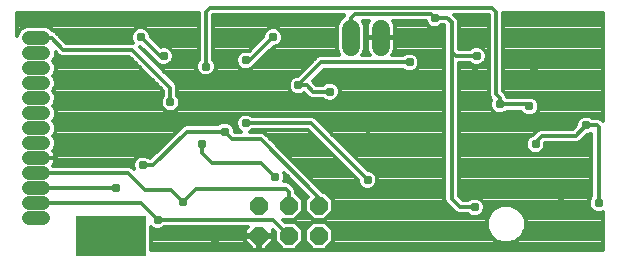
<source format=gbl>
G75*
%MOIN*%
%OFA0B0*%
%FSLAX25Y25*%
%IPPOS*%
%LPD*%
%AMOC8*
5,1,8,0,0,1.08239X$1,22.5*
%
%ADD10R,0.23622X0.13780*%
%ADD11OC8,0.06000*%
%ADD12C,0.04756*%
%ADD13C,0.06000*%
%ADD14C,0.01400*%
%ADD15C,0.02800*%
%ADD16C,0.03100*%
%ADD17C,0.02900*%
D10*
X0050866Y0015027D03*
D11*
X0100406Y0015167D03*
X0110406Y0015167D03*
X0120406Y0015167D03*
X0120406Y0025167D03*
X0110406Y0025167D03*
X0100406Y0025167D03*
D12*
X0028471Y0020957D02*
X0023715Y0020957D01*
X0023715Y0025957D02*
X0028471Y0025957D01*
X0028471Y0030957D02*
X0023715Y0030957D01*
X0023715Y0035957D02*
X0028471Y0035957D01*
X0028471Y0040957D02*
X0023715Y0040957D01*
X0023715Y0045957D02*
X0028471Y0045957D01*
X0028471Y0050957D02*
X0023715Y0050957D01*
X0023715Y0055957D02*
X0028471Y0055957D01*
X0028471Y0060957D02*
X0023715Y0060957D01*
X0023715Y0065957D02*
X0028471Y0065957D01*
X0028471Y0070957D02*
X0023715Y0070957D01*
X0023715Y0075957D02*
X0028471Y0075957D01*
X0028471Y0080957D02*
X0023715Y0080957D01*
D13*
X0130979Y0078177D02*
X0130979Y0084177D01*
X0140979Y0084177D02*
X0140979Y0078177D01*
D14*
X0140679Y0080877D02*
X0136279Y0080877D01*
X0136279Y0077807D01*
X0136395Y0077076D01*
X0136624Y0076373D01*
X0136959Y0075714D01*
X0137244Y0075322D01*
X0134771Y0075322D01*
X0134964Y0075515D01*
X0135679Y0077242D01*
X0135679Y0085112D01*
X0135054Y0086622D01*
X0136950Y0086622D01*
X0136624Y0085981D01*
X0136395Y0085277D01*
X0136279Y0084547D01*
X0136279Y0081477D01*
X0140679Y0081477D01*
X0140679Y0080877D01*
X0140679Y0081036D02*
X0135679Y0081036D01*
X0135679Y0079637D02*
X0136279Y0079637D01*
X0136279Y0078239D02*
X0135679Y0078239D01*
X0135513Y0076840D02*
X0136472Y0076840D01*
X0137157Y0075442D02*
X0134891Y0075442D01*
X0127188Y0075322D02*
X0120703Y0075322D01*
X0119821Y0074956D01*
X0119145Y0074281D01*
X0113336Y0068472D01*
X0112834Y0068472D01*
X0111639Y0067977D01*
X0110725Y0067063D01*
X0110230Y0065868D01*
X0110230Y0064575D01*
X0110725Y0063381D01*
X0111639Y0062467D01*
X0112834Y0061972D01*
X0114126Y0061972D01*
X0115321Y0062467D01*
X0115481Y0062627D01*
X0116345Y0061762D01*
X0117021Y0061087D01*
X0117903Y0060722D01*
X0121784Y0060722D01*
X0122139Y0060367D01*
X0123334Y0059872D01*
X0124626Y0059872D01*
X0125821Y0060367D01*
X0126735Y0061281D01*
X0127230Y0062475D01*
X0127230Y0063768D01*
X0126735Y0064963D01*
X0125821Y0065877D01*
X0124626Y0066372D01*
X0123334Y0066372D01*
X0122139Y0065877D01*
X0121784Y0065522D01*
X0119374Y0065522D01*
X0118274Y0066622D01*
X0122174Y0070522D01*
X0148384Y0070522D01*
X0148739Y0070167D01*
X0149934Y0069672D01*
X0151226Y0069672D01*
X0152421Y0070167D01*
X0153335Y0071081D01*
X0153830Y0072275D01*
X0153830Y0073568D01*
X0153335Y0074763D01*
X0152421Y0075677D01*
X0151226Y0076172D01*
X0149934Y0076172D01*
X0148739Y0075677D01*
X0148384Y0075322D01*
X0144714Y0075322D01*
X0144999Y0075714D01*
X0145335Y0076373D01*
X0145563Y0077076D01*
X0145679Y0077807D01*
X0145679Y0080877D01*
X0141279Y0080877D01*
X0141279Y0081477D01*
X0145679Y0081477D01*
X0145679Y0084547D01*
X0145563Y0085277D01*
X0145335Y0085981D01*
X0145008Y0086622D01*
X0155876Y0086622D01*
X0156225Y0085781D01*
X0157139Y0084867D01*
X0158334Y0084372D01*
X0159626Y0084372D01*
X0160821Y0084867D01*
X0161176Y0085222D01*
X0162180Y0085222D01*
X0162180Y0026944D01*
X0162545Y0026062D01*
X0165345Y0023262D01*
X0166021Y0022587D01*
X0166903Y0022222D01*
X0170084Y0022222D01*
X0170439Y0021867D01*
X0171634Y0021372D01*
X0172926Y0021372D01*
X0174121Y0021867D01*
X0175035Y0022781D01*
X0175530Y0023975D01*
X0175530Y0025268D01*
X0175035Y0026463D01*
X0174121Y0027377D01*
X0172926Y0027872D01*
X0171634Y0027872D01*
X0170439Y0027377D01*
X0170084Y0027022D01*
X0168374Y0027022D01*
X0166980Y0028416D01*
X0166980Y0072622D01*
X0170784Y0072622D01*
X0171139Y0072267D01*
X0172334Y0071772D01*
X0173626Y0071772D01*
X0174821Y0072267D01*
X0175735Y0073181D01*
X0176230Y0074375D01*
X0176230Y0075668D01*
X0175735Y0076863D01*
X0174821Y0077777D01*
X0173626Y0078272D01*
X0172334Y0078272D01*
X0171139Y0077777D01*
X0170784Y0077422D01*
X0166980Y0077422D01*
X0166980Y0086699D01*
X0166615Y0087581D01*
X0165940Y0088256D01*
X0165474Y0088722D01*
X0176880Y0088722D01*
X0176880Y0061944D01*
X0177245Y0061062D01*
X0177814Y0060494D01*
X0177430Y0059568D01*
X0177430Y0058275D01*
X0177925Y0057081D01*
X0178839Y0056167D01*
X0180034Y0055672D01*
X0181326Y0055672D01*
X0182521Y0056167D01*
X0182876Y0056522D01*
X0187666Y0056522D01*
X0187725Y0056381D01*
X0188639Y0055467D01*
X0189834Y0054972D01*
X0191126Y0054972D01*
X0192321Y0055467D01*
X0193235Y0056381D01*
X0193730Y0057575D01*
X0193730Y0058868D01*
X0193235Y0060063D01*
X0192321Y0060977D01*
X0191126Y0061472D01*
X0189834Y0061472D01*
X0189471Y0061322D01*
X0183080Y0061322D01*
X0183080Y0061499D01*
X0182715Y0062381D01*
X0181680Y0063416D01*
X0181680Y0089399D01*
X0214967Y0089399D01*
X0214967Y0053228D01*
X0214940Y0053256D01*
X0214240Y0053956D01*
X0213357Y0054322D01*
X0211576Y0054322D01*
X0211221Y0054677D01*
X0210026Y0055172D01*
X0208734Y0055172D01*
X0207539Y0054677D01*
X0206625Y0053763D01*
X0206130Y0052568D01*
X0206130Y0052066D01*
X0204886Y0050822D01*
X0194203Y0050822D01*
X0193321Y0050456D01*
X0191596Y0048732D01*
X0190739Y0048377D01*
X0189825Y0047463D01*
X0189330Y0046268D01*
X0189330Y0044975D01*
X0189825Y0043781D01*
X0190739Y0042867D01*
X0191934Y0042372D01*
X0193226Y0042372D01*
X0194421Y0042867D01*
X0195335Y0043781D01*
X0195830Y0044975D01*
X0195830Y0046022D01*
X0206357Y0046022D01*
X0207240Y0046387D01*
X0207915Y0047062D01*
X0209524Y0048672D01*
X0210026Y0048672D01*
X0211180Y0049150D01*
X0211180Y0028218D01*
X0210825Y0027863D01*
X0210330Y0026668D01*
X0210330Y0025375D01*
X0210825Y0024181D01*
X0211739Y0023267D01*
X0212934Y0022772D01*
X0214226Y0022772D01*
X0214967Y0023079D01*
X0214967Y0010216D01*
X0064377Y0010216D01*
X0064377Y0018029D01*
X0064739Y0017667D01*
X0065934Y0017172D01*
X0067226Y0017172D01*
X0068421Y0017667D01*
X0068776Y0018022D01*
X0096614Y0018022D01*
X0095706Y0017113D01*
X0095706Y0015467D01*
X0100106Y0015467D01*
X0100106Y0014867D01*
X0095706Y0014867D01*
X0095706Y0013220D01*
X0098459Y0010467D01*
X0100106Y0010467D01*
X0100106Y0014867D01*
X0100706Y0014867D01*
X0100706Y0015467D01*
X0105106Y0015467D01*
X0105106Y0017073D01*
X0105706Y0016473D01*
X0105706Y0013220D01*
X0108459Y0010467D01*
X0112353Y0010467D01*
X0115106Y0013220D01*
X0115106Y0017113D01*
X0112353Y0019867D01*
X0109100Y0019867D01*
X0108500Y0020467D01*
X0112353Y0020467D01*
X0115106Y0023220D01*
X0115106Y0027113D01*
X0112806Y0029413D01*
X0112806Y0030173D01*
X0112441Y0031055D01*
X0111315Y0032181D01*
X0110640Y0032856D01*
X0109757Y0033222D01*
X0108535Y0033222D01*
X0108930Y0034175D01*
X0108930Y0035468D01*
X0108640Y0036167D01*
X0116700Y0028108D01*
X0115706Y0027113D01*
X0115706Y0023220D01*
X0118459Y0020467D01*
X0122353Y0020467D01*
X0125106Y0023220D01*
X0125106Y0027113D01*
X0122353Y0029867D01*
X0121729Y0029867D01*
X0102915Y0048681D01*
X0102240Y0049356D01*
X0101357Y0049722D01*
X0097471Y0049722D01*
X0097821Y0049867D01*
X0098176Y0050222D01*
X0116686Y0050222D01*
X0133330Y0033578D01*
X0133330Y0033075D01*
X0133825Y0031881D01*
X0134739Y0030967D01*
X0135934Y0030472D01*
X0137226Y0030472D01*
X0138421Y0030967D01*
X0139335Y0031881D01*
X0139830Y0033075D01*
X0139830Y0034368D01*
X0139335Y0035563D01*
X0138421Y0036477D01*
X0137226Y0036972D01*
X0136724Y0036972D01*
X0119040Y0054656D01*
X0118157Y0055022D01*
X0098176Y0055022D01*
X0097821Y0055377D01*
X0096626Y0055872D01*
X0095334Y0055872D01*
X0094139Y0055377D01*
X0093225Y0054463D01*
X0092730Y0053268D01*
X0092730Y0051975D01*
X0093225Y0050781D01*
X0094139Y0049867D01*
X0094489Y0049722D01*
X0092474Y0049722D01*
X0092230Y0049966D01*
X0092230Y0050468D01*
X0091735Y0051663D01*
X0090821Y0052577D01*
X0089626Y0053072D01*
X0088334Y0053072D01*
X0087139Y0052577D01*
X0086784Y0052222D01*
X0075903Y0052222D01*
X0075021Y0051856D01*
X0074345Y0051181D01*
X0064186Y0041022D01*
X0063876Y0041022D01*
X0063521Y0041377D01*
X0062326Y0041872D01*
X0061034Y0041872D01*
X0059839Y0041377D01*
X0058925Y0040463D01*
X0058430Y0039268D01*
X0058430Y0037975D01*
X0058720Y0037276D01*
X0058004Y0037992D01*
X0057122Y0038357D01*
X0031838Y0038357D01*
X0031713Y0038482D01*
X0031958Y0038820D01*
X0032250Y0039392D01*
X0032448Y0040002D01*
X0032549Y0040636D01*
X0032549Y0040957D01*
X0026093Y0040957D01*
X0026093Y0040957D01*
X0032549Y0040957D01*
X0032549Y0041278D01*
X0032448Y0041912D01*
X0032250Y0042523D01*
X0031958Y0043095D01*
X0031713Y0043432D01*
X0031928Y0043647D01*
X0032549Y0045146D01*
X0032549Y0046768D01*
X0031928Y0048267D01*
X0031738Y0048457D01*
X0031928Y0048647D01*
X0032549Y0050146D01*
X0032549Y0051768D01*
X0031928Y0053267D01*
X0031738Y0053457D01*
X0031928Y0053647D01*
X0032549Y0055146D01*
X0032549Y0056768D01*
X0031928Y0058267D01*
X0031738Y0058457D01*
X0031928Y0058647D01*
X0032549Y0060146D01*
X0032549Y0061768D01*
X0031928Y0063267D01*
X0031738Y0063457D01*
X0031928Y0063647D01*
X0032549Y0065146D01*
X0032549Y0066768D01*
X0031928Y0068267D01*
X0031738Y0068457D01*
X0031928Y0068647D01*
X0032549Y0070146D01*
X0032549Y0071768D01*
X0031928Y0073267D01*
X0031738Y0073457D01*
X0031928Y0073647D01*
X0032549Y0075146D01*
X0032549Y0076259D01*
X0033045Y0075762D01*
X0033721Y0075087D01*
X0034603Y0074722D01*
X0057186Y0074722D01*
X0068380Y0063528D01*
X0068380Y0061818D01*
X0068025Y0061463D01*
X0067530Y0060268D01*
X0067530Y0058975D01*
X0068025Y0057781D01*
X0068939Y0056867D01*
X0070134Y0056372D01*
X0071426Y0056372D01*
X0072621Y0056867D01*
X0073535Y0057781D01*
X0074030Y0058975D01*
X0074030Y0060268D01*
X0073535Y0061463D01*
X0073180Y0061818D01*
X0073180Y0064999D01*
X0072815Y0065881D01*
X0072140Y0066556D01*
X0060624Y0078072D01*
X0060836Y0078072D01*
X0065245Y0073662D01*
X0065921Y0072987D01*
X0066258Y0072847D01*
X0066839Y0072267D01*
X0068034Y0071772D01*
X0069326Y0071772D01*
X0070521Y0072267D01*
X0071435Y0073181D01*
X0071930Y0074375D01*
X0071930Y0075668D01*
X0071435Y0076863D01*
X0070521Y0077777D01*
X0069326Y0078272D01*
X0068034Y0078272D01*
X0067603Y0078093D01*
X0064230Y0081466D01*
X0064230Y0081968D01*
X0063735Y0083163D01*
X0062821Y0084077D01*
X0061626Y0084572D01*
X0060334Y0084572D01*
X0059139Y0084077D01*
X0058225Y0083163D01*
X0057730Y0081968D01*
X0057730Y0080675D01*
X0058208Y0079522D01*
X0036074Y0079522D01*
X0033279Y0082317D01*
X0032604Y0082992D01*
X0031919Y0083275D01*
X0030781Y0084414D01*
X0029282Y0085035D01*
X0022904Y0085035D01*
X0021405Y0084414D01*
X0020258Y0083267D01*
X0019643Y0081784D01*
X0019643Y0089399D01*
X0080280Y0089399D01*
X0080280Y0073718D01*
X0079925Y0073363D01*
X0079430Y0072168D01*
X0079430Y0070875D01*
X0079925Y0069681D01*
X0080839Y0068767D01*
X0082034Y0068272D01*
X0083326Y0068272D01*
X0084521Y0068767D01*
X0085435Y0069681D01*
X0085930Y0070875D01*
X0085930Y0072168D01*
X0085435Y0073363D01*
X0085080Y0073718D01*
X0085080Y0088722D01*
X0128837Y0088722D01*
X0128665Y0088306D01*
X0128317Y0088161D01*
X0126995Y0086839D01*
X0126279Y0085112D01*
X0126279Y0077242D01*
X0126995Y0075515D01*
X0127188Y0075322D01*
X0127067Y0075442D02*
X0102594Y0075442D01*
X0101196Y0074043D02*
X0118907Y0074043D01*
X0117509Y0072645D02*
X0099797Y0072645D01*
X0098740Y0071587D02*
X0098402Y0071447D01*
X0097821Y0070867D01*
X0096626Y0070372D01*
X0095334Y0070372D01*
X0094139Y0070867D01*
X0093225Y0071781D01*
X0092730Y0072975D01*
X0092730Y0074268D01*
X0093225Y0075463D01*
X0094139Y0076377D01*
X0095334Y0076872D01*
X0096626Y0076872D01*
X0097057Y0076693D01*
X0101830Y0081466D01*
X0101830Y0081968D01*
X0102325Y0083163D01*
X0103239Y0084077D01*
X0104434Y0084572D01*
X0105726Y0084572D01*
X0106921Y0084077D01*
X0107835Y0083163D01*
X0108330Y0081968D01*
X0108330Y0080675D01*
X0107835Y0079481D01*
X0106921Y0078567D01*
X0105726Y0078072D01*
X0105224Y0078072D01*
X0098740Y0071587D01*
X0098201Y0071246D02*
X0116110Y0071246D01*
X0114712Y0069848D02*
X0085504Y0069848D01*
X0083755Y0068449D02*
X0112779Y0068449D01*
X0110720Y0067051D02*
X0071645Y0067051D01*
X0070247Y0068449D02*
X0081605Y0068449D01*
X0079856Y0069848D02*
X0068848Y0069848D01*
X0067450Y0071246D02*
X0079430Y0071246D01*
X0079627Y0072645D02*
X0070899Y0072645D01*
X0071792Y0074043D02*
X0080280Y0074043D01*
X0080280Y0075442D02*
X0071930Y0075442D01*
X0071445Y0076840D02*
X0080280Y0076840D01*
X0080280Y0078239D02*
X0069406Y0078239D01*
X0067954Y0078239D02*
X0067457Y0078239D01*
X0066059Y0079637D02*
X0080280Y0079637D01*
X0080280Y0081036D02*
X0064660Y0081036D01*
X0060980Y0081322D02*
X0067280Y0075022D01*
X0068680Y0075022D01*
X0066461Y0072645D02*
X0066051Y0072645D01*
X0064864Y0074043D02*
X0064653Y0074043D01*
X0063466Y0075442D02*
X0063254Y0075442D01*
X0062067Y0076840D02*
X0061856Y0076840D01*
X0058180Y0077122D02*
X0070780Y0064522D01*
X0070780Y0059622D01*
X0067661Y0058660D02*
X0031933Y0058660D01*
X0032344Y0057261D02*
X0068544Y0057261D01*
X0067530Y0060058D02*
X0032512Y0060058D01*
X0032549Y0061457D02*
X0068022Y0061457D01*
X0068380Y0062855D02*
X0032098Y0062855D01*
X0032179Y0064254D02*
X0067654Y0064254D01*
X0066255Y0065652D02*
X0032549Y0065652D01*
X0032432Y0067051D02*
X0064857Y0067051D01*
X0063458Y0068449D02*
X0031746Y0068449D01*
X0032425Y0069848D02*
X0062060Y0069848D01*
X0060661Y0071246D02*
X0032549Y0071246D01*
X0032185Y0072645D02*
X0059263Y0072645D01*
X0057864Y0074043D02*
X0032092Y0074043D01*
X0032549Y0075442D02*
X0033366Y0075442D01*
X0033045Y0075762D02*
X0033045Y0075762D01*
X0035080Y0077122D02*
X0058180Y0077122D01*
X0058160Y0079637D02*
X0035959Y0079637D01*
X0034560Y0081036D02*
X0057730Y0081036D01*
X0057923Y0082434D02*
X0033162Y0082434D01*
X0033279Y0082317D02*
X0033279Y0082317D01*
X0031362Y0083833D02*
X0058895Y0083833D01*
X0063065Y0083833D02*
X0080280Y0083833D01*
X0080280Y0085231D02*
X0019643Y0085231D01*
X0019643Y0083833D02*
X0020823Y0083833D01*
X0019913Y0082434D02*
X0019643Y0082434D01*
X0026093Y0080957D02*
X0031245Y0080957D01*
X0035080Y0077122D01*
X0019643Y0086630D02*
X0080280Y0086630D01*
X0080280Y0088028D02*
X0019643Y0088028D01*
X0064037Y0082434D02*
X0080280Y0082434D01*
X0085080Y0082434D02*
X0102023Y0082434D01*
X0102995Y0083833D02*
X0085080Y0083833D01*
X0085080Y0085231D02*
X0126329Y0085231D01*
X0126279Y0083833D02*
X0107165Y0083833D01*
X0108137Y0082434D02*
X0126279Y0082434D01*
X0126279Y0081036D02*
X0108330Y0081036D01*
X0107900Y0079637D02*
X0126279Y0079637D01*
X0126279Y0078239D02*
X0106130Y0078239D01*
X0103993Y0076840D02*
X0126446Y0076840D01*
X0130979Y0081177D02*
X0130979Y0087621D01*
X0132380Y0089022D01*
X0157580Y0089022D01*
X0158980Y0087622D01*
X0163180Y0087622D01*
X0164580Y0086222D01*
X0164580Y0076422D01*
X0165980Y0075022D01*
X0172980Y0075022D01*
X0176092Y0074043D02*
X0176880Y0074043D01*
X0176880Y0072645D02*
X0175199Y0072645D01*
X0176880Y0071246D02*
X0166980Y0071246D01*
X0166980Y0069848D02*
X0176880Y0069848D01*
X0176880Y0068449D02*
X0166980Y0068449D01*
X0166980Y0067051D02*
X0176880Y0067051D01*
X0176880Y0065652D02*
X0166980Y0065652D01*
X0166980Y0064254D02*
X0176880Y0064254D01*
X0176880Y0062855D02*
X0166980Y0062855D01*
X0166980Y0061457D02*
X0177082Y0061457D01*
X0179280Y0062422D02*
X0180680Y0061022D01*
X0180680Y0058922D01*
X0189780Y0058922D01*
X0190480Y0058222D01*
X0193600Y0057261D02*
X0214967Y0057261D01*
X0214967Y0055863D02*
X0192717Y0055863D01*
X0193730Y0058660D02*
X0214967Y0058660D01*
X0214967Y0060058D02*
X0193237Y0060058D01*
X0191163Y0061457D02*
X0214967Y0061457D01*
X0214967Y0062855D02*
X0182241Y0062855D01*
X0181680Y0064254D02*
X0214967Y0064254D01*
X0214967Y0065652D02*
X0181680Y0065652D01*
X0181680Y0067051D02*
X0214967Y0067051D01*
X0214967Y0068449D02*
X0181680Y0068449D01*
X0181680Y0069848D02*
X0214967Y0069848D01*
X0214967Y0071246D02*
X0181680Y0071246D01*
X0181680Y0072645D02*
X0214967Y0072645D01*
X0214967Y0074043D02*
X0181680Y0074043D01*
X0181680Y0075442D02*
X0214967Y0075442D01*
X0214967Y0076840D02*
X0181680Y0076840D01*
X0181680Y0078239D02*
X0214967Y0078239D01*
X0214967Y0079637D02*
X0181680Y0079637D01*
X0181680Y0081036D02*
X0214967Y0081036D01*
X0214967Y0082434D02*
X0181680Y0082434D01*
X0181680Y0083833D02*
X0214967Y0083833D01*
X0214967Y0085231D02*
X0181680Y0085231D01*
X0181680Y0086630D02*
X0214967Y0086630D01*
X0214967Y0088028D02*
X0181680Y0088028D01*
X0179280Y0089722D02*
X0177880Y0091122D01*
X0084080Y0091122D01*
X0082680Y0089722D01*
X0082680Y0071522D01*
X0085733Y0072645D02*
X0092867Y0072645D01*
X0092730Y0074043D02*
X0085080Y0074043D01*
X0085080Y0075442D02*
X0093216Y0075442D01*
X0095980Y0073622D02*
X0097380Y0073622D01*
X0105080Y0081322D01*
X0101400Y0081036D02*
X0085080Y0081036D01*
X0085080Y0079637D02*
X0100002Y0079637D01*
X0098603Y0078239D02*
X0085080Y0078239D01*
X0085080Y0076840D02*
X0095258Y0076840D01*
X0096702Y0076840D02*
X0097204Y0076840D01*
X0093759Y0071246D02*
X0085930Y0071246D01*
X0072909Y0065652D02*
X0110230Y0065652D01*
X0110363Y0064254D02*
X0073180Y0064254D01*
X0073180Y0062855D02*
X0111250Y0062855D01*
X0113480Y0065222D02*
X0121180Y0072922D01*
X0150580Y0072922D01*
X0153633Y0074043D02*
X0162180Y0074043D01*
X0162180Y0072645D02*
X0153830Y0072645D01*
X0153404Y0071246D02*
X0162180Y0071246D01*
X0162180Y0069848D02*
X0151651Y0069848D01*
X0149509Y0069848D02*
X0121500Y0069848D01*
X0120102Y0068449D02*
X0162180Y0068449D01*
X0162180Y0067051D02*
X0118703Y0067051D01*
X0119244Y0065652D02*
X0121914Y0065652D01*
X0123980Y0063122D02*
X0118380Y0063122D01*
X0116280Y0065222D01*
X0113480Y0065222D01*
X0116651Y0061457D02*
X0073538Y0061457D01*
X0074030Y0060058D02*
X0122883Y0060058D01*
X0125077Y0060058D02*
X0162180Y0060058D01*
X0162180Y0058660D02*
X0073899Y0058660D01*
X0073016Y0057261D02*
X0162180Y0057261D01*
X0162180Y0055863D02*
X0096648Y0055863D01*
X0095312Y0055863D02*
X0032549Y0055863D01*
X0032266Y0054464D02*
X0093226Y0054464D01*
X0092730Y0053066D02*
X0089641Y0053066D01*
X0088319Y0053066D02*
X0032011Y0053066D01*
X0032549Y0051667D02*
X0074831Y0051667D01*
X0073433Y0050269D02*
X0032549Y0050269D01*
X0032020Y0048870D02*
X0072034Y0048870D01*
X0070636Y0047472D02*
X0032257Y0047472D01*
X0032549Y0046073D02*
X0069237Y0046073D01*
X0067839Y0044675D02*
X0032353Y0044675D01*
X0031826Y0043276D02*
X0066440Y0043276D01*
X0065042Y0041878D02*
X0032454Y0041878D01*
X0032524Y0040479D02*
X0058941Y0040479D01*
X0058430Y0039081D02*
X0032091Y0039081D01*
X0026093Y0035957D02*
X0056645Y0035957D01*
X0062380Y0030222D01*
X0070880Y0030222D01*
X0074880Y0026222D01*
X0079480Y0030822D01*
X0109280Y0030822D01*
X0110406Y0029696D01*
X0110406Y0025167D01*
X0115106Y0025095D02*
X0115706Y0025095D01*
X0115706Y0023697D02*
X0115106Y0023697D01*
X0114185Y0022298D02*
X0116627Y0022298D01*
X0118026Y0020900D02*
X0112786Y0020900D01*
X0112718Y0019501D02*
X0118094Y0019501D01*
X0118459Y0019867D02*
X0115706Y0017113D01*
X0115706Y0013220D01*
X0118459Y0010467D01*
X0122353Y0010467D01*
X0125106Y0013220D01*
X0125106Y0017113D01*
X0122353Y0019867D01*
X0118459Y0019867D01*
X0116695Y0018103D02*
X0114117Y0018103D01*
X0115106Y0016704D02*
X0115706Y0016704D01*
X0115706Y0015306D02*
X0115106Y0015306D01*
X0115106Y0013907D02*
X0115706Y0013907D01*
X0116417Y0012509D02*
X0114395Y0012509D01*
X0112996Y0011110D02*
X0117816Y0011110D01*
X0122996Y0011110D02*
X0214967Y0011110D01*
X0214967Y0012509D02*
X0124395Y0012509D01*
X0125106Y0013907D02*
X0178742Y0013907D01*
X0179114Y0013535D02*
X0181493Y0012550D01*
X0184067Y0012550D01*
X0186446Y0013535D01*
X0188266Y0015356D01*
X0189252Y0017734D01*
X0189252Y0020309D01*
X0188266Y0022688D01*
X0186446Y0024508D01*
X0184067Y0025493D01*
X0181493Y0025493D01*
X0179114Y0024508D01*
X0177294Y0022688D01*
X0176308Y0020309D01*
X0176308Y0017734D01*
X0177294Y0015356D01*
X0179114Y0013535D01*
X0177344Y0015306D02*
X0125106Y0015306D01*
X0125106Y0016704D02*
X0176735Y0016704D01*
X0176308Y0018103D02*
X0124117Y0018103D01*
X0122718Y0019501D02*
X0176308Y0019501D01*
X0176553Y0020900D02*
X0122786Y0020900D01*
X0124185Y0022298D02*
X0166718Y0022298D01*
X0164911Y0023697D02*
X0125106Y0023697D01*
X0125106Y0025095D02*
X0163512Y0025095D01*
X0164580Y0027422D02*
X0167380Y0024622D01*
X0172280Y0024622D01*
X0175415Y0023697D02*
X0178303Y0023697D01*
X0177132Y0022298D02*
X0174553Y0022298D01*
X0175530Y0025095D02*
X0180532Y0025095D01*
X0185028Y0025095D02*
X0210446Y0025095D01*
X0211309Y0023697D02*
X0187257Y0023697D01*
X0188428Y0022298D02*
X0214967Y0022298D01*
X0214967Y0020900D02*
X0189007Y0020900D01*
X0189252Y0019501D02*
X0214967Y0019501D01*
X0214967Y0018103D02*
X0189252Y0018103D01*
X0188825Y0016704D02*
X0214967Y0016704D01*
X0214967Y0015306D02*
X0188216Y0015306D01*
X0186818Y0013907D02*
X0214967Y0013907D01*
X0213580Y0026022D02*
X0213580Y0051222D01*
X0212880Y0051922D01*
X0209380Y0051922D01*
X0205880Y0048422D01*
X0194680Y0048422D01*
X0192580Y0046322D01*
X0192580Y0045622D01*
X0195705Y0044675D02*
X0211180Y0044675D01*
X0211180Y0043276D02*
X0194830Y0043276D01*
X0190330Y0043276D02*
X0166980Y0043276D01*
X0166980Y0041878D02*
X0211180Y0041878D01*
X0211180Y0040479D02*
X0166980Y0040479D01*
X0166980Y0039081D02*
X0211180Y0039081D01*
X0211180Y0037682D02*
X0166980Y0037682D01*
X0166980Y0036284D02*
X0211180Y0036284D01*
X0211180Y0034885D02*
X0166980Y0034885D01*
X0166980Y0033486D02*
X0211180Y0033486D01*
X0211180Y0032088D02*
X0166980Y0032088D01*
X0166980Y0030689D02*
X0211180Y0030689D01*
X0211180Y0029291D02*
X0166980Y0029291D01*
X0167503Y0027892D02*
X0210855Y0027892D01*
X0210330Y0026494D02*
X0175004Y0026494D01*
X0164580Y0027422D02*
X0164580Y0076422D01*
X0162180Y0076840D02*
X0145487Y0076840D01*
X0145679Y0078239D02*
X0162180Y0078239D01*
X0162180Y0079637D02*
X0145679Y0079637D01*
X0141279Y0081036D02*
X0162180Y0081036D01*
X0162180Y0082434D02*
X0145679Y0082434D01*
X0145679Y0083833D02*
X0162180Y0083833D01*
X0166980Y0083833D02*
X0176880Y0083833D01*
X0176880Y0085231D02*
X0166980Y0085231D01*
X0166980Y0086630D02*
X0176880Y0086630D01*
X0176880Y0088028D02*
X0166167Y0088028D01*
X0156774Y0085231D02*
X0145571Y0085231D01*
X0136388Y0085231D02*
X0135630Y0085231D01*
X0135679Y0083833D02*
X0136279Y0083833D01*
X0136279Y0082434D02*
X0135679Y0082434D01*
X0126908Y0086630D02*
X0085080Y0086630D01*
X0085080Y0088028D02*
X0128184Y0088028D01*
X0144802Y0075442D02*
X0148504Y0075442D01*
X0152656Y0075442D02*
X0162180Y0075442D01*
X0166980Y0078239D02*
X0172254Y0078239D01*
X0173706Y0078239D02*
X0176880Y0078239D01*
X0176880Y0079637D02*
X0166980Y0079637D01*
X0166980Y0081036D02*
X0176880Y0081036D01*
X0176880Y0082434D02*
X0166980Y0082434D01*
X0175745Y0076840D02*
X0176880Y0076840D01*
X0176880Y0075442D02*
X0176230Y0075442D01*
X0162180Y0065652D02*
X0126046Y0065652D01*
X0127029Y0064254D02*
X0162180Y0064254D01*
X0162180Y0062855D02*
X0127230Y0062855D01*
X0126808Y0061457D02*
X0162180Y0061457D01*
X0166980Y0060058D02*
X0177633Y0060058D01*
X0177430Y0058660D02*
X0166980Y0058660D01*
X0166980Y0057261D02*
X0177850Y0057261D01*
X0179573Y0055863D02*
X0166980Y0055863D01*
X0166980Y0054464D02*
X0207326Y0054464D01*
X0206336Y0053066D02*
X0166980Y0053066D01*
X0166980Y0051667D02*
X0205731Y0051667D01*
X0210505Y0048870D02*
X0211180Y0048870D01*
X0211180Y0047472D02*
X0208324Y0047472D01*
X0206481Y0046073D02*
X0211180Y0046073D01*
X0211434Y0054464D02*
X0214967Y0054464D01*
X0193133Y0050269D02*
X0166980Y0050269D01*
X0166980Y0048870D02*
X0191734Y0048870D01*
X0189834Y0047472D02*
X0166980Y0047472D01*
X0166980Y0046073D02*
X0189330Y0046073D01*
X0189455Y0044675D02*
X0166980Y0044675D01*
X0162180Y0044675D02*
X0129021Y0044675D01*
X0130420Y0043276D02*
X0162180Y0043276D01*
X0162180Y0041878D02*
X0131818Y0041878D01*
X0133217Y0040479D02*
X0162180Y0040479D01*
X0162180Y0039081D02*
X0134615Y0039081D01*
X0136014Y0037682D02*
X0162180Y0037682D01*
X0162180Y0036284D02*
X0138614Y0036284D01*
X0139616Y0034885D02*
X0162180Y0034885D01*
X0162180Y0033486D02*
X0139830Y0033486D01*
X0139421Y0032088D02*
X0162180Y0032088D01*
X0162180Y0030689D02*
X0137752Y0030689D01*
X0135408Y0030689D02*
X0120906Y0030689D01*
X0119508Y0032088D02*
X0133739Y0032088D01*
X0133330Y0033486D02*
X0118109Y0033486D01*
X0116711Y0034885D02*
X0132023Y0034885D01*
X0130624Y0036284D02*
X0115312Y0036284D01*
X0113914Y0037682D02*
X0129226Y0037682D01*
X0127827Y0039081D02*
X0112515Y0039081D01*
X0111117Y0040479D02*
X0126429Y0040479D01*
X0125030Y0041878D02*
X0109718Y0041878D01*
X0108320Y0043276D02*
X0123632Y0043276D01*
X0122233Y0044675D02*
X0106921Y0044675D01*
X0105523Y0046073D02*
X0120835Y0046073D01*
X0119436Y0047472D02*
X0104124Y0047472D01*
X0102726Y0048870D02*
X0118038Y0048870D01*
X0122029Y0051667D02*
X0162180Y0051667D01*
X0162180Y0053066D02*
X0120630Y0053066D01*
X0119232Y0054464D02*
X0162180Y0054464D01*
X0162180Y0050269D02*
X0123427Y0050269D01*
X0124826Y0048870D02*
X0162180Y0048870D01*
X0162180Y0047472D02*
X0126224Y0047472D01*
X0127623Y0046073D02*
X0162180Y0046073D01*
X0181787Y0055863D02*
X0188243Y0055863D01*
X0189797Y0061457D02*
X0183080Y0061457D01*
X0179280Y0062422D02*
X0179280Y0089722D01*
X0136580Y0033722D02*
X0117680Y0052622D01*
X0095980Y0052622D01*
X0092858Y0051667D02*
X0091731Y0051667D01*
X0092230Y0050269D02*
X0093737Y0050269D01*
X0091480Y0047322D02*
X0088980Y0049822D01*
X0076380Y0049822D01*
X0065180Y0038622D01*
X0061680Y0038622D01*
X0058552Y0037682D02*
X0058314Y0037682D01*
X0052545Y0030957D02*
X0052580Y0030922D01*
X0052545Y0030957D02*
X0026093Y0030957D01*
X0026093Y0025957D02*
X0061045Y0025957D01*
X0066580Y0020422D01*
X0105151Y0020422D01*
X0110406Y0015167D01*
X0105706Y0015306D02*
X0100706Y0015306D01*
X0100706Y0014867D02*
X0105106Y0014867D01*
X0105106Y0013220D01*
X0102353Y0010467D01*
X0100706Y0010467D01*
X0100706Y0014867D01*
X0100106Y0015306D02*
X0064377Y0015306D01*
X0064377Y0013907D02*
X0095706Y0013907D01*
X0096417Y0012509D02*
X0064377Y0012509D01*
X0064377Y0011110D02*
X0097816Y0011110D01*
X0100106Y0011110D02*
X0100706Y0011110D01*
X0100706Y0012509D02*
X0100106Y0012509D01*
X0100106Y0013907D02*
X0100706Y0013907D01*
X0104395Y0012509D02*
X0106417Y0012509D01*
X0105706Y0013907D02*
X0105106Y0013907D01*
X0102996Y0011110D02*
X0107816Y0011110D01*
X0105474Y0016704D02*
X0105106Y0016704D01*
X0095706Y0016704D02*
X0064377Y0016704D01*
X0101080Y0039422D02*
X0105680Y0034822D01*
X0108930Y0034885D02*
X0109923Y0034885D01*
X0108645Y0033486D02*
X0111321Y0033486D01*
X0111408Y0032088D02*
X0112720Y0032088D01*
X0112592Y0030689D02*
X0114118Y0030689D01*
X0112928Y0029291D02*
X0115517Y0029291D01*
X0116485Y0027892D02*
X0114327Y0027892D01*
X0115106Y0026494D02*
X0115706Y0026494D01*
X0120406Y0027796D02*
X0120406Y0025167D01*
X0125106Y0026494D02*
X0162367Y0026494D01*
X0162180Y0027892D02*
X0124327Y0027892D01*
X0122928Y0029291D02*
X0162180Y0029291D01*
X0120406Y0027796D02*
X0100880Y0047322D01*
X0091480Y0047322D01*
X0081280Y0045622D02*
X0081280Y0042722D01*
X0084580Y0039422D01*
X0101080Y0039422D01*
D15*
X0136580Y0048422D03*
X0033680Y0072222D03*
D16*
X0060980Y0081322D03*
X0068680Y0075022D03*
X0082680Y0071522D03*
X0095980Y0073622D03*
X0105080Y0081322D03*
X0113480Y0065222D03*
X0123980Y0063122D03*
X0150580Y0072922D03*
X0172280Y0069422D03*
X0172980Y0075022D03*
X0191880Y0071522D03*
X0190480Y0058222D03*
X0180680Y0058922D03*
X0203080Y0054022D03*
X0209380Y0051922D03*
X0192580Y0045622D03*
X0200980Y0026022D03*
X0213580Y0026022D03*
X0172280Y0024622D03*
X0136580Y0033722D03*
X0105680Y0034822D03*
X0081280Y0045622D03*
X0088980Y0049822D03*
X0095980Y0052622D03*
X0070780Y0059622D03*
X0061680Y0038622D03*
X0052580Y0030922D03*
X0066580Y0020422D03*
X0074880Y0026222D03*
X0158980Y0087622D03*
D17*
X0112878Y0044359D03*
X0085778Y0013859D03*
M02*

</source>
